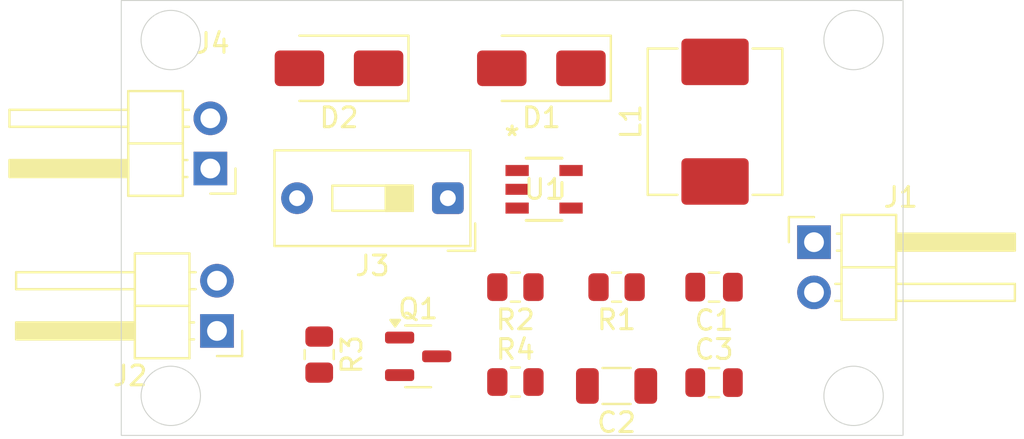
<source format=kicad_pcb>
(kicad_pcb (version 20241229) (generator "pcbnew") (generator_version "9.0")
  (layers (0 "F.Cu" signal) (2 "B.Cu" signal) (13 "F.Paste" user) (15 "B.Paste" user) (5 "F.SilkS" user "F.Silkscreen") (7 "B.SilkS" user "B.Silkscreen") (1 "F.Mask" user) (3 "B.Mask" user) (25 "Edge.Cuts" user))
  (net 0 "")
  (net 1 "GNDD")
  (net 2 "Net-(J3-Pin_1)")
  (net 3 "/OUT_P")
  (net 4 "Net-(U1-FB)")
  (net 5 "Net-(D1-A)")
  (net 6 "/BAT_P")
  (net 7 "/SOLAR_P")
  (net 8 "Net-(Q1-D)")
  (footprint "Resistor_SMD:R_0805_2012Metric" (layer "F.Cu") (at 125.525 148.5 180)
    (property "Reference" "R1" (at 0 -1.65 0) (layer "F.SilkS"))
    (property "Value" "1 MOhm")
    (fp_line (start -0.227064 0.735) (end 0.227064 0.735) (stroke (width 0.12)) (layer "F.SilkS"))
    (fp_line (start -0.227064 -0.735) (end 0.227064 -0.735) (stroke (width 0.12)) (layer "F.SilkS"))
    (pad "1" smd roundrect (at -0.9125 0 180) (size 1.025 1.4) (layers "F.Cu" "F.Mask" "F.Paste") (roundrect_rratio 0.243902) (net 3 "/OUT_P"))
    (pad "2" smd roundrect (at 0.9125 0 180) (size 1.025 1.4) (layers "F.Cu" "F.Mask" "F.Paste") (roundrect_rratio 0.243902) (net 4 "Net-(U1-FB)"))
  )
  (footprint "Capacitor_SMD:C_0805_2012Metric" (layer "F.Cu") (at 130.45 153.33)
    (property "Reference" "C3" (at 0 -1.68 0) (layer "F.SilkS"))
    (property "Value" "10 pF")
    (fp_line (start -0.261252 -0.735) (end 0.261252 -0.735) (stroke (width 0.12)) (layer "F.SilkS"))
    (fp_line (start -0.261252 0.735) (end 0.261252 0.735) (stroke (width 0.12)) (layer "F.SilkS"))
    (pad "1" smd roundrect (at -0.95 0) (size 1 1.45) (layers "F.Cu" "F.Mask" "F.Paste") (net 3 "/OUT_P"))
    (pad "2" smd roundrect (at 0.95 0) (size 1 1.45) (layers "F.Cu" "F.Mask" "F.Paste") (net 4 "Net-(U1-FB)"))
  )
  (footprint "Button_Switch_THT:SW_DIP_SPSTx01_Slide_9.78x4.72mm_W7.62mm_P2.54mm" (layer "F.Cu") (at 117 144 180)
    (property "Reference" "J3" (at 3.81 -3.42 0) (layer "F.SilkS"))
    (property "Value" "Conn_01x02_Pin")
    (fp_line (start 8.76 -2.42) (end 8.76 2.42) (stroke (width 0.12)) (layer "F.SilkS"))
    (fp_line (start 3.133333 -0.635) (end 3.133333 0.635) (stroke (width 0.12)) (layer "F.SilkS"))
    (fp_line (start -1.14 2.42) (end 8.76 2.42) (stroke (width 0.12)) (layer "F.SilkS"))
    (fp_line (start -1.14 -2.42) (end 8.76 -2.42) (stroke (width 0.12)) (layer "F.SilkS"))
    (fp_line (start -1.14 -2.42) (end -1.14 2.42) (stroke (width 0.12)) (layer "F.SilkS"))
    (fp_line (start -1.38 -2.66) (end 0.003 -2.66) (stroke (width 0.12)) (layer "F.SilkS"))
    (fp_line (start -1.38 -2.66) (end -1.38 -1.277) (stroke (width 0.12)) (layer "F.SilkS"))
    (fp_rect (start 1.78 -0.635) (end 5.84 0.635) (stroke (width 0.12)) (fill no) (layer "F.SilkS"))
    (fp_rect (start 1.78 -0.635) (end 3.133333 0.635) (stroke (width 0.12)) (fill yes) (layer "F.SilkS"))
    (pad "1" thru_hole roundrect (at 0 0 180) (size 1.6 1.6) (drill 0.8) (layers "*.Cu" "*.Mask") (roundrect_rratio 0.15625) (net 2 "Net-(J3-Pin_1)"))
    (pad "2" thru_hole circle (at 7.62 0 180) (size 1.6 1.6) (drill 0.8) (layers "*.Cu" "*.Mask") (net 6 "/BAT_P"))
  )
  (footprint "ap3015:SOT23-5_1P55X2P9_DIO" (layer "F.Cu") (at 121.862451 143.549999)
    (property "Reference" "U1" (at 0 0 0) (layer "F.SilkS"))
    (property "Value" "AP3015AKTR-G1")
    (fp_line (start -0.9017 1.5748) (end 0.9017 1.5748) (stroke (width 0.1524)) (layer "F.SilkS"))
    (fp_line (start 0.9017 -1.5748) (end -0.9017 -1.5748) (stroke (width 0.1524)) (layer "F.SilkS"))
    (fp_line (start 0.9017 0.338261) (end 0.9017 -0.338261) (stroke (width 0.1524)) (layer "F.SilkS"))
    (fp_text user "*" (at -1.61645 -2.651 0) (layer "F.SilkS"))
    (fp_text user "*" (at -1.61645 -2.651 0) (layer "F.SilkS"))
    (pad "1" smd rect (at -1.362451 -0.950001) (size 1.175499 0.558) (layers "F.Cu" "F.Mask" "F.Paste") (net 1 "GNDD"))
    (pad "2" smd rect (at -1.362451 0) (size 1.175499 0.558) (layers "F.Cu" "F.Mask" "F.Paste") (net 5 "Net-(D1-A)"))
    (pad "3" smd rect (at -1.362451 0.950001) (size 1.175499 0.558) (layers "F.Cu" "F.Mask" "F.Paste") (net 4 "Net-(U1-FB)"))
    (pad "4" smd rect (at 1.362451 0.950001) (size 1.175499 0.558) (layers "F.Cu" "F.Mask" "F.Paste") (net 8 "Net-(Q1-D)"))
    (pad "5" smd rect (at 1.362451 -0.950001) (size 1.175499 0.558) (layers "F.Cu" "F.Mask" "F.Paste") (net 2 "Net-(J3-Pin_1)"))
  )
  (footprint "Connector_PinHeader_2.54mm:PinHeader_1x02_P2.54mm_Horizontal" (layer "F.Cu") (at 105 142.5 180)
    (property "Reference" "J4" (at -0.115 6.335 0) (layer "F.SilkS"))
    (property "Value" "Conn_01x02_Pin")
    (fp_line (start 10.15 2.97) (end 4.15 2.97) (stroke (width 0.12)) (layer "F.SilkS"))
    (fp_line (start 10.15 2.11) (end 10.15 2.97) (stroke (width 0.12)) (layer "F.SilkS"))
    (fp_line (start 4.15 3.92) (end 4.15 -1.38) (stroke (width 0.12)) (layer "F.SilkS"))
    (fp_line (start 4.15 2.11) (end 10.15 2.11) (stroke (width 0.12)) (layer "F.SilkS"))
    (fp_line (start 4.15 -1.38) (end 1.39 -1.38) (stroke (width 0.12)) (layer "F.SilkS"))
    (fp_line (start 1.39 3.92) (end 4.15 3.92) (stroke (width 0.12)) (layer "F.SilkS"))
    (fp_line (start 1.39 1.27) (end 4.15 1.27) (stroke (width 0.12)) (layer "F.SilkS"))
    (fp_line (start 1.39 -1.38) (end 1.39 3.92) (stroke (width 0.12)) (layer "F.SilkS"))
    (fp_line (start 1.16 0.43) (end 1.39 0.43) (stroke (width 0.12)) (layer "F.SilkS"))
    (fp_line (start 1.16 -0.43) (end 1.39 -0.43) (stroke (width 0.12)) (layer "F.SilkS"))
    (fp_line (start 1.077358 2.97) (end 1.39 2.97) (stroke (width 0.12)) (layer "F.SilkS"))
    (fp_line (start 1.077358 2.11) (end 1.39 2.11) (stroke (width 0.12)) (layer "F.SilkS"))
    (fp_line (start -1.27 0) (end -1.27 -1.27) (stroke (width 0.12)) (layer "F.SilkS"))
    (fp_line (start -1.27 -1.27) (end 0 -1.27) (stroke (width 0.12)) (layer "F.SilkS"))
    (fp_rect (start 4.15 -0.43) (end 10.15 0.43) (stroke (width 0.12)) (fill yes) (layer "F.SilkS"))
    (pad "1" thru_hole rect (at 0 0 180) (size 1.7 1.7) (drill 1) (layers "*.Cu" "*.Mask") (net 7 "/SOLAR_P"))
    (pad "2" thru_hole circle (at 0 2.54 180) (size 1.7 1.7) (drill 1) (layers "*.Cu" "*.Mask") (net 1 "GNDD"))
  )
  (footprint "Diode_SMD:D_SMA" (layer "F.Cu") (at 121.724902 137.43 180)
    (property "Reference" "D1" (at 0 -2.5 0) (layer "F.SilkS"))
    (property "Value" "SS14")
    (fp_line (start -3.51 1.65) (end 2 1.65) (stroke (width 0.12)) (layer "F.SilkS"))
    (fp_line (start -3.51 -1.65) (end 2 -1.65) (stroke (width 0.12)) (layer "F.SilkS"))
    (fp_line (start -3.51 -1.65) (end -3.51 1.65) (stroke (width 0.12)) (layer "F.SilkS"))
    (pad "1" smd roundrect (at -2 0 180) (size 2.5 1.8) (layers "F.Cu" "F.Mask" "F.Paste") (roundrect_rratio 0.1388888889) (net 3 "/OUT_P"))
    (pad "2" smd roundrect (at 2 0 180) (size 2.5 1.8) (layers "F.Cu" "F.Mask" "F.Paste") (roundrect_rratio 0.1388888889) (net 5 "Net-(D1-A)"))
  )
  (footprint "Capacitor_SMD:C_0805_2012Metric" (layer "F.Cu") (at 130.45 148.5 180)
    (property "Reference" "C1" (at 0 -1.68 0) (layer "F.SilkS"))
    (property "Value" "4.7uF, 10V")
    (fp_line (start -0.261252 0.735) (end 0.261252 0.735) (stroke (width 0.12)) (layer "F.SilkS"))
    (fp_line (start -0.261252 -0.735) (end 0.261252 -0.735) (stroke (width 0.12)) (layer "F.SilkS"))
    (pad "1" smd roundrect (at -0.95 0 180) (size 1 1.45) (layers "F.Cu" "F.Mask" "F.Paste") (net 2 "Net-(J3-Pin_1)"))
    (pad "2" smd roundrect (at 0.95 0 180) (size 1 1.45) (layers "F.Cu" "F.Mask" "F.Paste") (net 1 "GNDD"))
  )
  (footprint "Connector_PinHeader_2.54mm:PinHeader_1x02_P2.54mm_Horizontal" (layer "F.Cu") (at 135.5 146.225)
    (property "Reference" "J1" (at 4.385 -2.27 0) (layer "F.SilkS"))
    (property "Value" "Conn_01x02_Pin")
    (fp_line (start -1.27 -1.27) (end 0 -1.27) (stroke (width 0.12)) (layer "F.SilkS"))
    (fp_line (start -1.27 0) (end -1.27 -1.27) (stroke (width 0.12)) (layer "F.SilkS"))
    (fp_line (start 1.077358 2.11) (end 1.39 2.11) (stroke (width 0.12)) (layer "F.SilkS"))
    (fp_line (start 1.077358 2.97) (end 1.39 2.97) (stroke (width 0.12)) (layer "F.SilkS"))
    (fp_line (start 1.16 -0.43) (end 1.39 -0.43) (stroke (width 0.12)) (layer "F.SilkS"))
    (fp_line (start 1.16 0.43) (end 1.39 0.43) (stroke (width 0.12)) (layer "F.SilkS"))
    (fp_line (start 1.39 -1.38) (end 1.39 3.92) (stroke (width 0.12)) (layer "F.SilkS"))
    (fp_line (start 1.39 1.27) (end 4.15 1.27) (stroke (width 0.12)) (layer "F.SilkS"))
    (fp_line (start 1.39 3.92) (end 4.15 3.92) (stroke (width 0.12)) (layer "F.SilkS"))
    (fp_line (start 4.15 -1.38) (end 1.39 -1.38) (stroke (width 0.12)) (layer "F.SilkS"))
    (fp_line (start 4.15 2.11) (end 10.15 2.11) (stroke (width 0.12)) (layer "F.SilkS"))
    (fp_line (start 4.15 3.92) (end 4.15 -1.38) (stroke (width 0.12)) (layer "F.SilkS"))
    (fp_line (start 10.15 2.11) (end 10.15 2.97) (stroke (width 0.12)) (layer "F.SilkS"))
    (fp_line (start 10.15 2.97) (end 4.15 2.97) (stroke (width 0.12)) (layer "F.SilkS"))
    (fp_rect (start 4.15 -0.43) (end 10.15 0.43) (stroke (width 0.12)) (fill yes) (layer "F.SilkS"))
    (pad "1" thru_hole rect (at 0 0) (size 1.7 1.7) (drill 1) (layers "*.Cu" "*.Mask") (net 1 "GNDD"))
    (pad "2" thru_hole circle (at 0 2.54) (size 1.7 1.7) (drill 1) (layers "*.Cu" "*.Mask") (net 3 "/OUT_P"))
  )
  (footprint "Resistor_SMD:R_0805_2012Metric" (layer "F.Cu") (at 120.4125 148.5 180)
    (property "Reference" "R2" (at 0 -1.65 0) (layer "F.SilkS"))
    (property "Value" "604 kOhm")
    (fp_line (start -0.227064 0.735) (end 0.227064 0.735) (stroke (width 0.12)) (layer "F.SilkS"))
    (fp_line (start -0.227064 -0.735) (end 0.227064 -0.735) (stroke (width 0.12)) (layer "F.SilkS"))
    (pad "1" smd roundrect (at -0.9125 0 180) (size 1.025 1.4) (layers "F.Cu" "F.Mask" "F.Paste") (roundrect_rratio 0.243902) (net 4 "Net-(U1-FB)"))
    (pad "2" smd roundrect (at 0.9125 0 180) (size 1.025 1.4) (layers "F.Cu" "F.Mask" "F.Paste") (roundrect_rratio 0.243902) (net 1 "GNDD"))
  )
  (footprint "Inductor_SMD:L_Abracon_ASPI-0630LR" (layer "F.Cu") (at 130.5 140.13 90)
    (property "Reference" "L1" (at 0 -4.25 90) (layer "F.SilkS"))
    (property "Value" "L")
    (fp_line (start 3.7 -3.4) (end -3.7 -3.4) (stroke (width 0.12)) (layer "F.SilkS"))
    (fp_line (start 3.7 -3.4) (end 3.7 -1.9) (stroke (width 0.12)) (layer "F.SilkS"))
    (fp_line (start -3.7 -3.4) (end -3.7 -1.9) (stroke (width 0.12)) (layer "F.SilkS"))
    (fp_line (start 3.7 3.4) (end 3.7 1.9) (stroke (width 0.12)) (layer "F.SilkS"))
    (fp_line (start -3.7 3.4) (end -3.7 1.9) (stroke (width 0.12)) (layer "F.SilkS"))
    (fp_line (start -3.7 3.4) (end 3.7 3.4) (stroke (width 0.12)) (layer "F.SilkS"))
    (pad "1" smd roundrect (at -3.025 0 90) (size 2.35 3.4) (layers "F.Cu" "F.Mask" "F.Paste") (roundrect_rratio 0.1) (net 2 "Net-(J3-Pin_1)"))
    (pad "2" smd roundrect (at 3.025 0 90) (size 2.35 3.4) (layers "F.Cu" "F.Mask" "F.Paste") (roundrect_rratio 0.1) (net 5 "Net-(D1-A)"))
  )
  (footprint "Connector_PinHeader_2.54mm:PinHeader_1x02_P2.54mm_Horizontal" (layer "F.Cu") (at 105.335 150.715 180)
    (property "Reference" "J2" (at 4.385 -2.27 0) (layer "F.SilkS"))
    (property "Value" "Conn_01x02_Pin")
    (fp_line (start 10.15 2.97) (end 4.15 2.97) (stroke (width 0.12)) (layer "F.SilkS"))
    (fp_line (start 10.15 2.11) (end 10.15 2.97) (stroke (width 0.12)) (layer "F.SilkS"))
    (fp_line (start 4.15 3.92) (end 4.15 -1.38) (stroke (width 0.12)) (layer "F.SilkS"))
    (fp_line (start 4.15 2.11) (end 10.15 2.11) (stroke (width 0.12)) (layer "F.SilkS"))
    (fp_line (start 4.15 -1.38) (end 1.39 -1.38) (stroke (width 0.12)) (layer "F.SilkS"))
    (fp_line (start 1.39 3.92) (end 4.15 3.92) (stroke (width 0.12)) (layer "F.SilkS"))
    (fp_line (start 1.39 1.27) (end 4.15 1.27) (stroke (width 0.12)) (layer "F.SilkS"))
    (fp_line (start 1.39 -1.38) (end 1.39 3.92) (stroke (width 0.12)) (layer "F.SilkS"))
    (fp_line (start 1.16 0.43) (end 1.39 0.43) (stroke (width 0.12)) (layer "F.SilkS"))
    (fp_line (start 1.16 -0.43) (end 1.39 -0.43) (stroke (width 0.12)) (layer "F.SilkS"))
    (fp_line (start 1.077358 2.97) (end 1.39 2.97) (stroke (width 0.12)) (layer "F.SilkS"))
    (fp_line (start 1.077358 2.11) (end 1.39 2.11) (stroke (width 0.12)) (layer "F.SilkS"))
    (fp_line (start -1.27 0) (end -1.27 -1.27) (stroke (width 0.12)) (layer "F.SilkS"))
    (fp_line (start -1.27 -1.27) (end 0 -1.27) (stroke (width 0.12)) (layer "F.SilkS"))
    (fp_rect (start 4.15 -0.43) (end 10.15 0.43) (stroke (width 0.12)) (fill yes) (layer "F.SilkS"))
    (pad "1" thru_hole rect (at 0 0 180) (size 1.7 1.7) (drill 1) (layers "*.Cu" "*.Mask") (net 6 "/BAT_P"))
    (pad "2" thru_hole circle (at 0 2.54 180) (size 1.7 1.7) (drill 1) (layers "*.Cu" "*.Mask") (net 1 "GNDD"))
  )
  (footprint "Resistor_SMD:R_0805_2012Metric" (layer "F.Cu") (at 120.4125 153.3)
    (property "Reference" "R4" (at 0 -1.65 0) (layer "F.SilkS"))
    (property "Value" "1 MOhm")
    (fp_line (start -0.227064 -0.735) (end 0.227064 -0.735) (stroke (width 0.12)) (layer "F.SilkS"))
    (fp_line (start -0.227064 0.735) (end 0.227064 0.735) (stroke (width 0.12)) (layer "F.SilkS"))
    (pad "1" smd roundrect (at -0.9125 0) (size 1.025 1.4) (layers "F.Cu" "F.Mask" "F.Paste") (roundrect_rratio 0.243902) (net 7 "/SOLAR_P"))
    (pad "2" smd roundrect (at 0.9125 0) (size 1.025 1.4) (layers "F.Cu" "F.Mask" "F.Paste") (roundrect_rratio 0.243902) (net 1 "GNDD"))
  )
  (footprint "Resistor_SMD:R_0805_2012Metric" (layer "F.Cu") (at 110.5 151.9125 -90)
    (property "Reference" "R3" (at 0 -1.65 90) (layer "F.SilkS"))
    (property "Value" "10 kOhm")
    (fp_line (start -0.227064 0.735) (end 0.227064 0.735) (stroke (width 0.12)) (layer "F.SilkS"))
    (fp_line (start -0.227064 -0.735) (end 0.227064 -0.735) (stroke (width 0.12)) (layer "F.SilkS"))
    (pad "1" smd roundrect (at -0.9125 0 270) (size 1.025 1.4) (layers "F.Cu" "F.Mask" "F.Paste") (roundrect_rratio 0.243902) (net 2 "Net-(J3-Pin_1)"))
    (pad "2" smd roundrect (at 0.9125 0 270) (size 1.025 1.4) (layers "F.Cu" "F.Mask" "F.Paste") (roundrect_rratio 0.243902) (net 8 "Net-(Q1-D)"))
  )
  (footprint "Package_TO_SOT_SMD:SOT-23" (layer "F.Cu") (at 115.5 152)
    (property "Reference" "Q1" (at 0 -2.4 0) (layer "F.SilkS"))
    (property "Value" "2N7002")
    (fp_line (start 0 -1.56) (end -0.65 -1.56) (stroke (width 0.12)) (layer "F.SilkS"))
    (fp_line (start 0 -1.56) (end 0.65 -1.56) (stroke (width 0.12)) (layer "F.SilkS"))
    (fp_line (start 0 1.56) (end -0.65 1.56) (stroke (width 0.12)) (layer "F.SilkS"))
    (fp_line (start 0 1.56) (end 0.65 1.56) (stroke (width 0.12)) (layer "F.SilkS"))
    (fp_poly (pts (xy -1.1625 -1.51) (xy -1.4025 -1.84) (xy -0.9225 -1.84)) (stroke (width 0.12)) (fill yes) (layer "F.SilkS"))
    (pad "1" smd roundrect (at -0.9375 -0.95) (size 1.475 0.6) (layers "F.Cu" "F.Mask" "F.Paste") (net 7 "/SOLAR_P"))
    (pad "2" smd roundrect (at -0.9375 0.95) (size 1.475 0.6) (layers "F.Cu" "F.Mask" "F.Paste") (net 1 "GNDD"))
    (pad "3" smd roundrect (at 0.9375 0) (size 1.475 0.6) (layers "F.Cu" "F.Mask" "F.Paste") (net 8 "Net-(Q1-D)"))
  )
  (footprint "Diode_SMD:D_SMA" (layer "F.Cu") (at 111.5 137.43 180)
    (property "Reference" "D2" (at 0 -2.5 0) (layer "F.SilkS"))
    (property "Value" "SS14")
    (fp_line (start -3.51 1.65) (end 2 1.65) (stroke (width 0.12)) (layer "F.SilkS"))
    (fp_line (start -3.51 -1.65) (end 2 -1.65) (stroke (width 0.12)) (layer "F.SilkS"))
    (fp_line (start -3.51 -1.65) (end -3.51 1.65) (stroke (width 0.12)) (layer "F.SilkS"))
    (pad "1" smd roundrect (at -2 0 180) (size 2.5 1.8) (layers "F.Cu" "F.Mask" "F.Paste") (roundrect_rratio 0.1388888889) (net 6 "/BAT_P"))
    (pad "2" smd roundrect (at 2 0 180) (size 2.5 1.8) (layers "F.Cu" "F.Mask" "F.Paste") (roundrect_rratio 0.1388888889) (net 7 "/SOLAR_P"))
  )
  (footprint "Capacitor_SMD:C_1206_3216Metric" (layer "F.Cu") (at 125.525 153.5 180)
    (property "Reference" "C2" (at 0 -1.85 0) (layer "F.SilkS"))
    (property "Value" "22 uF")
    (fp_line (start -0.711252 0.91) (end 0.711252 0.91) (stroke (width 0.12)) (layer "F.SilkS"))
    (fp_line (start -0.711252 -0.91) (end 0.711252 -0.91) (stroke (width 0.12)) (layer "F.SilkS"))
    (pad "1" smd roundrect (at -1.475 0 180) (size 1.15 1.8) (layers "F.Cu" "F.Mask" "F.Paste") (roundrect_rratio 0.217391) (net 3 "/OUT_P"))
    (pad "2" smd roundrect (at 1.475 0 180) (size 1.15 1.8) (layers "F.Cu" "F.Mask" "F.Paste") (roundrect_rratio 0.217391) (net 1 "GNDD"))
  )
  (gr_circle (center 137.5 154) (end 136 154) (stroke (width 0.05)) (fill no) (layer "Edge.Cuts"))
  (gr_circle (center 137.5 136) (end 137.5 134.5) (stroke (width 0.05)) (fill no) (layer "Edge.Cuts"))
  (gr_circle (center 103 154) (end 101.5 154) (stroke (width 0.05)) (fill no) (layer "Edge.Cuts"))
  (gr_circle (center 103 136) (end 103 134.5) (stroke (width 0.05)) (fill no) (layer "Edge.Cuts"))
  (gr_rect (start 100.5 134) (end 140 156) (stroke (width 0.05)) (fill no) (layer "Edge.Cuts"))
)
</source>
